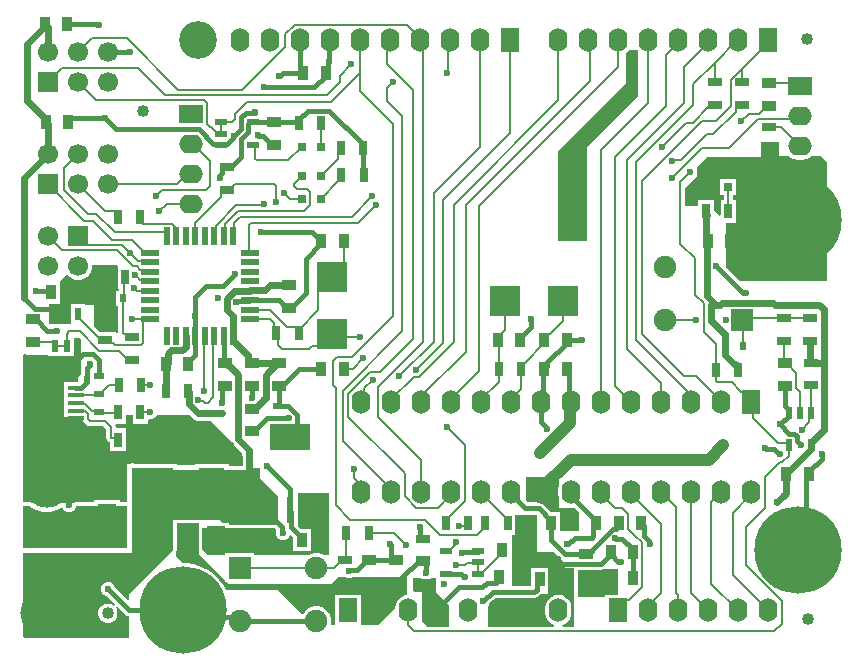
<source format=gtl>
G04*
G04 #@! TF.GenerationSoftware,Altium Limited,Altium Designer,22.11.1 (43)*
G04*
G04 Layer_Physical_Order=1*
G04 Layer_Color=255*
%FSLAX44Y44*%
%MOMM*%
G71*
G04*
G04 #@! TF.SameCoordinates,2AA7A9AF-3E7F-4844-AC60-F76D4B8FDDD6*
G04*
G04*
G04 #@! TF.FilePolarity,Positive*
G04*
G01*
G75*
%ADD10C,0.2000*%
%ADD12C,0.4000*%
%ADD16R,0.9000X1.3000*%
%ADD17R,1.6000X3.0000*%
%ADD18R,0.7000X1.3000*%
%ADD19R,1.3000X0.7000*%
%ADD20R,0.5588X0.6858*%
%ADD21R,0.8000X0.8000*%
%ADD22R,3.5000X2.2000*%
%ADD23R,0.6000X2.2000*%
%ADD24R,2.6000X2.5000*%
%ADD25R,2.5000X2.6000*%
%ADD26R,1.1000X0.6000*%
%ADD27R,0.6000X1.1000*%
%ADD28R,2.7000X2.0000*%
%ADD29R,1.4000X1.6000*%
%ADD30R,1.3500X0.4000*%
%ADD31R,1.9000X1.9000*%
%ADD32R,0.5500X1.5000*%
%ADD33R,1.5000X0.5500*%
%ADD34R,0.9000X0.6000*%
%ADD35R,1.3000X0.9000*%
%ADD58C,1.9000*%
%ADD59R,1.9000X1.9000*%
%ADD71C,1.0160*%
%ADD72C,0.6000*%
%ADD73C,1.0000*%
%ADD74C,3.2000*%
%ADD75C,1.7000*%
%ADD76R,1.7000X1.7000*%
%ADD77O,1.6000X2.0000*%
%ADD78R,1.6000X2.0000*%
%ADD79R,2.0000X1.6000*%
%ADD80O,2.0000X1.6000*%
%ADD81C,4.0000*%
%ADD82C,7.4000*%
G04:AMPARAMS|DCode=83|XSize=2mm|YSize=1.2mm|CornerRadius=0.36mm|HoleSize=0mm|Usage=FLASHONLY|Rotation=0.000|XOffset=0mm|YOffset=0mm|HoleType=Round|Shape=RoundedRectangle|*
%AMROUNDEDRECTD83*
21,1,2.0000,0.4800,0,0,0.0*
21,1,1.2800,1.2000,0,0,0.0*
1,1,0.7200,0.6400,-0.2400*
1,1,0.7200,-0.6400,-0.2400*
1,1,0.7200,-0.6400,0.2400*
1,1,0.7200,0.6400,0.2400*
%
%ADD83ROUNDEDRECTD83*%
%ADD84C,0.6000*%
G36*
X84280Y316720D02*
Y297840D01*
X85000D01*
Y295989D01*
X83106D01*
Y283131D01*
X84822D01*
Y261236D01*
X83735Y260158D01*
X83160Y260188D01*
Y261160D01*
X69108D01*
X64000Y266268D01*
Y284000D01*
X56500D01*
Y285000D01*
X44500D01*
Y268000D01*
X43230Y268000D01*
X26000D01*
Y285140D01*
X35440D01*
Y304140D01*
X36126Y305126D01*
X40662Y309662D01*
X41598Y309539D01*
X43739Y307398D01*
X46361Y305884D01*
X49286Y305100D01*
X52314D01*
X55239Y305884D01*
X57861Y307398D01*
X60002Y309539D01*
X61516Y312161D01*
X62300Y315086D01*
Y318000D01*
X83000D01*
X84280Y316720D01*
D02*
G37*
G36*
X53000Y254928D02*
Y225000D01*
X51000Y223000D01*
Y219098D01*
X48745D01*
X48253Y219000D01*
X38995D01*
Y209000D01*
Y202500D01*
Y196000D01*
Y189500D01*
X54687D01*
Y187615D01*
X54687Y187615D01*
X54997Y186054D01*
X55881Y184731D01*
X58076Y182536D01*
X59399Y181652D01*
X60960Y181342D01*
X71971D01*
X74662Y178651D01*
Y171488D01*
X74972Y169927D01*
X75856Y168604D01*
X77179Y167720D01*
X78000Y167557D01*
Y160500D01*
X91000D01*
Y179500D01*
X83668D01*
X82818Y180340D01*
X82508Y181901D01*
X82261Y182270D01*
X82940Y183540D01*
X90980D01*
Y191000D01*
X96980D01*
Y183540D01*
X109980D01*
Y186648D01*
X110567Y187040D01*
X112954D01*
X115159Y187953D01*
X116847Y189641D01*
X117409Y191000D01*
X144953D01*
X148055Y187898D01*
X150040Y186572D01*
X152381Y186106D01*
X162894D01*
X180832Y168168D01*
X180848Y168088D01*
X182174Y166103D01*
X189382Y158895D01*
Y149000D01*
X174795D01*
X174500Y149059D01*
X153000D01*
X152705Y149000D01*
X131295D01*
X131000Y149059D01*
X99267D01*
X99163Y149163D01*
X98171Y149826D01*
X97000Y150059D01*
X95829Y149826D01*
X94837Y149163D01*
X94837Y149163D01*
X94674Y149000D01*
X92000D01*
Y117059D01*
X86000D01*
Y119000D01*
X64000D01*
Y117059D01*
X49180D01*
X48010Y116826D01*
X47017Y116163D01*
X46908Y116000D01*
X12053D01*
X11239Y116543D01*
X10961Y116659D01*
X10711Y116826D01*
X10415Y116885D01*
X10137Y117000D01*
X9836D01*
X9540Y117059D01*
X4000D01*
Y241000D01*
X6000Y243000D01*
X7000Y242000D01*
X25500D01*
Y241000D01*
X47000D01*
Y256000D01*
X47000Y256000D01*
X51928D01*
X53000Y254928D01*
D02*
G37*
G36*
X92000Y78000D02*
X4000D01*
Y114000D01*
X9540D01*
X13105Y111618D01*
X17291Y109884D01*
X21735Y109000D01*
X26265D01*
X30709Y109884D01*
X34895Y111618D01*
X36091Y112417D01*
X37663Y111940D01*
X38093Y110901D01*
X39781Y109213D01*
X41986Y108300D01*
X44373D01*
X46579Y109213D01*
X48267Y110901D01*
X49180Y113106D01*
Y114000D01*
X92000D01*
Y78000D01*
D02*
G37*
G36*
X98000Y146000D02*
X131000D01*
Y144500D01*
X153000D01*
Y146000D01*
X174500D01*
Y144000D01*
X193500D01*
Y146000D01*
X204872D01*
X205000Y145692D01*
Y137000D01*
X220000Y122000D01*
Y98157D01*
X218730Y97513D01*
X218261Y97826D01*
X217090Y98059D01*
X217090Y98059D01*
X178640D01*
Y99360D01*
X173640D01*
X171000Y102000D01*
X131000D01*
Y76000D01*
X93980Y38980D01*
Y34269D01*
X92807Y33783D01*
X82189Y44401D01*
X81287Y46579D01*
X79599Y48267D01*
X77393Y49180D01*
X75006D01*
X72801Y48267D01*
X71113Y46579D01*
X70200Y44373D01*
Y41986D01*
X71113Y39781D01*
X72801Y38093D01*
X74979Y37191D01*
X81770Y30401D01*
X80961Y29466D01*
X79119Y30529D01*
X77064Y31080D01*
X74936D01*
X72881Y30529D01*
X71039Y29466D01*
X69534Y27961D01*
X68471Y26119D01*
X67920Y24064D01*
Y21936D01*
X68471Y19881D01*
X69534Y18039D01*
X71039Y16534D01*
X72881Y15471D01*
X74936Y14920D01*
X77064D01*
X79119Y15471D01*
X80961Y16534D01*
X82466Y18039D01*
X83529Y19881D01*
X84080Y21936D01*
Y24064D01*
X83529Y26119D01*
X82466Y27961D01*
X83401Y28770D01*
X90375Y21795D01*
X92029Y20690D01*
X93980Y20302D01*
Y2000D01*
X6000D01*
X4000Y4000D01*
Y74000D01*
X96000D01*
Y146000D01*
X97000Y147000D01*
X98000Y146000D01*
D02*
G37*
G36*
X263000Y72000D02*
X259313D01*
X257325Y73148D01*
X254146Y74000D01*
X250854D01*
X247675Y73148D01*
X245687Y72000D01*
X200000D01*
Y74000D01*
X175000D01*
Y72000D01*
X161000D01*
X156000Y77000D01*
Y95000D01*
X217090D01*
X218519Y93571D01*
Y93447D01*
X218000Y92193D01*
Y89806D01*
X218913Y87601D01*
X220601Y85913D01*
X222806Y85000D01*
X225194D01*
X227399Y85913D01*
X229087Y87601D01*
X229558Y88739D01*
X230804Y88987D01*
X232500Y87290D01*
Y75500D01*
X247500D01*
Y94500D01*
X239710D01*
X237000Y97210D01*
Y125000D01*
X263000D01*
Y72000D01*
D02*
G37*
G36*
X153000Y95295D02*
X152941Y95000D01*
Y77000D01*
X152941Y77000D01*
X153000Y76704D01*
Y73000D01*
X175000Y51000D01*
Y49000D01*
X177000D01*
X178000Y48000D01*
X265000D01*
X271000Y54000D01*
X276515D01*
X276601Y53913D01*
X278806Y53000D01*
X281194D01*
X283399Y53913D01*
X283485Y54000D01*
X329000D01*
Y38337D01*
X327328Y38117D01*
X324652Y37009D01*
X322355Y35245D01*
X320592Y32947D01*
X319483Y30272D01*
X319105Y27400D01*
Y27105D01*
X305000Y13000D01*
X290400D01*
Y38400D01*
X268400D01*
Y13000D01*
X265546D01*
X264773Y14008D01*
X265000Y14854D01*
Y18146D01*
X264148Y21325D01*
X262502Y24175D01*
X260175Y26502D01*
X257325Y28148D01*
X254146Y29000D01*
X250854D01*
X247675Y28148D01*
X244825Y26502D01*
X242498Y24175D01*
X241395Y22266D01*
X239893Y22107D01*
X219000Y43000D01*
X175625D01*
X173911Y46365D01*
X170210Y51458D01*
X165758Y55910D01*
X160665Y59611D01*
X155055Y62470D01*
X149067Y64415D01*
X142848Y65400D01*
X139600D01*
X134000Y71000D01*
Y75704D01*
X134059Y76000D01*
X134059Y76000D01*
Y98941D01*
X153000D01*
Y95295D01*
D02*
G37*
G36*
X524596Y499403D02*
X525000Y498878D01*
Y461000D01*
X482000Y418000D01*
Y338000D01*
X457000D01*
Y414000D01*
X515000Y472000D01*
Y497506D01*
X515845Y498155D01*
X517261Y500000D01*
X524000D01*
X524596Y499403D01*
D02*
G37*
G36*
X644000Y422000D02*
Y410000D01*
X652617D01*
X654453Y408591D01*
X657128Y407483D01*
X660000Y407105D01*
X664000D01*
X666872Y407483D01*
X669548Y408591D01*
X671383Y410000D01*
X680000D01*
X685000Y405000D01*
Y304000D01*
X611340D01*
X599000Y316340D01*
X599000Y353720D01*
X607820D01*
Y372720D01*
X605398D01*
Y377000D01*
X608000D01*
Y391000D01*
X594000D01*
Y377000D01*
X597242D01*
Y372720D01*
X594820D01*
Y359839D01*
X593647Y359353D01*
X588820Y364180D01*
Y372720D01*
X575820D01*
Y368000D01*
X564808D01*
Y382808D01*
X575000Y393000D01*
Y401000D01*
X583000Y409000D01*
X629000D01*
Y422000D01*
X644000Y422000D01*
D02*
G37*
G36*
X458000Y131729D02*
X457533Y130602D01*
X457155Y127730D01*
Y123730D01*
X457533Y120858D01*
X458000Y119731D01*
Y112000D01*
X471290D01*
X475000Y108290D01*
Y93000D01*
X459000D01*
Y107730D01*
X459000Y108500D01*
X459000Y108500D01*
X459000Y109000D01*
X457937Y109000D01*
X450710Y109000D01*
X444375Y115335D01*
X442721Y116440D01*
X440770Y116828D01*
X431562D01*
X430000Y118390D01*
Y138000D01*
X458000D01*
Y131729D01*
D02*
G37*
G36*
X353920Y50540D02*
X354000D01*
Y41000D01*
X365000Y30000D01*
Y11698D01*
X346302D01*
X342000Y16000D01*
Y41000D01*
X336000D01*
X334000Y43000D01*
Y53000D01*
X341375D01*
X342041Y52333D01*
X344246Y51420D01*
X346633D01*
X348839Y52333D01*
X349505Y53000D01*
X353920D01*
Y50540D01*
D02*
G37*
G36*
X507886Y59426D02*
Y38400D01*
X497000D01*
Y37000D01*
X474059D01*
Y59902D01*
X493500D01*
X495451Y60290D01*
X496011Y60664D01*
X507810D01*
X507886Y59426D01*
D02*
G37*
G36*
X439000Y75000D02*
X453991D01*
X459096Y69895D01*
X460000Y69291D01*
Y61000D01*
X471000D01*
Y11698D01*
X461013D01*
X460760Y12968D01*
X462747Y13792D01*
X465045Y15555D01*
X466809Y17852D01*
X467917Y20528D01*
X468295Y23400D01*
Y27400D01*
X467917Y30272D01*
X466809Y32947D01*
X465045Y35245D01*
X462747Y37009D01*
X460072Y38117D01*
X457200Y38495D01*
X454328Y38117D01*
X451652Y37009D01*
X449355Y35245D01*
X447592Y32947D01*
X446483Y30272D01*
X446105Y27400D01*
Y23400D01*
X446483Y20528D01*
X447592Y17852D01*
X449355Y15555D01*
X451652Y13792D01*
X453640Y12968D01*
X453387Y11698D01*
X398000D01*
Y28835D01*
X398787Y29621D01*
X399610Y31611D01*
X403902Y35902D01*
X437000D01*
X438951Y36290D01*
X440605Y37395D01*
X442210Y39000D01*
X449000D01*
Y42500D01*
Y61000D01*
Y61500D01*
X434000D01*
Y49993D01*
X433902Y49500D01*
Y46098D01*
X418000D01*
Y89500D01*
X421000D01*
Y106000D01*
X439000D01*
Y75000D01*
D02*
G37*
D10*
X52076Y261620D02*
X68506Y245190D01*
X85310D01*
X379000Y368840D02*
X484088Y473928D01*
Y506512D01*
X379000Y244380D02*
Y368840D01*
X457200Y457200D02*
Y508000D01*
X369000Y369000D02*
X457200Y457200D01*
X369000Y252206D02*
Y369000D01*
X390353Y367493D02*
X508000Y485140D01*
X390353Y227633D02*
Y367493D01*
X508000Y485140D02*
Y508000D01*
X416560Y429401D02*
Y508000D01*
X360000Y372841D02*
X416560Y429401D01*
X360000Y252073D02*
Y372841D01*
X352000Y252940D02*
Y378741D01*
X391160Y417901D02*
Y508000D01*
X352000Y378741D02*
X391160Y417901D01*
X482600Y508000D02*
X484088Y506512D01*
X366650Y203930D02*
X390353Y227633D01*
X590000Y489124D02*
X608876Y508000D01*
X571500Y470625D02*
X590000Y489124D01*
Y472500D02*
Y489124D01*
X608876Y508000D02*
X609600D01*
X571500Y453367D02*
Y470625D01*
X616000Y63650D02*
X646648Y33002D01*
Y14188D02*
Y33002D01*
X616000Y63650D02*
Y96000D01*
X632460Y112460D01*
Y138584D01*
X544450Y125730D02*
X557000Y113180D01*
Y40000D02*
X558800Y38200D01*
X557000Y40000D02*
Y113180D01*
X533400Y29282D02*
X544000Y39882D01*
X519050Y123730D02*
X544000Y98780D01*
Y39882D02*
Y98780D01*
X605000Y55400D02*
Y108080D01*
Y55400D02*
X635000Y25400D01*
X605000Y108080D02*
X620650Y123730D01*
X587000Y48000D02*
Y117382D01*
X595250Y125632D02*
Y125730D01*
X587000Y48000D02*
X609600Y25400D01*
X587000Y117382D02*
X595250Y125632D01*
X569850Y39750D02*
X584200Y25400D01*
X569850Y39750D02*
Y125730D01*
X558800Y25400D02*
Y38200D01*
X612140Y439571D02*
X618380Y445810D01*
X627310D01*
X634000Y452500D01*
X651000Y234500D02*
X658770Y226730D01*
Y213605D02*
Y226730D01*
Y213605D02*
X662000Y210375D01*
X626354Y441270D02*
X659670D01*
X601645Y416560D02*
X626354Y441270D01*
X579120Y416560D02*
X601645D01*
X612140Y439420D02*
Y439571D01*
X659670Y441270D02*
X662000Y443600D01*
X124019Y461810D02*
X261810D01*
X272394Y472394D02*
Y478134D01*
X261810Y461810D02*
X272394Y472394D01*
Y478134D02*
X281940Y487680D01*
X66000Y361000D02*
X81560Y345440D01*
X59235Y361000D02*
X66000D01*
X39030Y381205D02*
X59235Y361000D01*
X81560Y345440D02*
X124520D01*
X63763Y355337D02*
X79820Y339280D01*
X56143Y355337D02*
X63763D01*
X79820Y339280D02*
X95970D01*
X25400Y386080D02*
X56143Y355337D01*
X364920Y75540D02*
X370178Y80798D01*
Y82358D01*
X370840Y83020D01*
X362420Y75540D02*
X364920D01*
X105770Y251646D02*
Y270520D01*
X76660Y254660D02*
X81590Y249730D01*
X73660Y254660D02*
X76660D01*
X81590Y249730D02*
X103855D01*
X71430Y256890D02*
X73660Y254660D01*
X554398Y406400D02*
X561340D01*
X553791Y405793D02*
X554398Y406400D01*
X573000Y292797D02*
X580320Y285477D01*
X573000Y292797D02*
Y323620D01*
X560730Y335890D02*
X573000Y323620D01*
X580320Y261275D02*
Y285477D01*
X663598Y178458D02*
X669770Y184630D01*
X341250Y206630D02*
X379000Y244380D01*
X60960Y185420D02*
X73660D01*
X58765Y187615D02*
Y191354D01*
Y187615D02*
X60960Y185420D01*
X56349Y193770D02*
X58765Y191354D01*
X62176Y194444D02*
X65350D01*
X56349Y200270D02*
X62176Y194444D01*
X48745Y201000D02*
X49475Y200270D01*
X56349D01*
X65350Y194444D02*
X67000Y192794D01*
X49475Y193770D02*
X56349D01*
X78740Y171488D02*
Y180340D01*
X73660Y185420D02*
X78740Y180340D01*
Y171488D02*
X83012D01*
X84500Y170000D01*
X67000Y192500D02*
Y192794D01*
X194130Y455740D02*
X265240D01*
X183730Y441420D02*
Y445340D01*
X194130Y455740D01*
X180810Y438500D02*
X183730Y441420D01*
X157740Y211080D02*
Y257740D01*
X157480Y210820D02*
X157740Y211080D01*
Y257740D02*
X158000Y258000D01*
X392050Y124450D02*
X414500Y102000D01*
Y99000D02*
Y102000D01*
X392050Y124450D02*
Y125730D01*
X493650Y123730D02*
X505106Y112275D01*
X510850D01*
X516270Y94606D02*
Y106854D01*
X510850Y112275D02*
X516270Y106854D01*
X493650Y123730D02*
Y125730D01*
X522394Y88730D02*
X528270Y82854D01*
X522146Y88730D02*
X522394D01*
X516270Y94606D02*
X522146Y88730D01*
X528270Y45146D02*
Y82854D01*
X517254Y34130D02*
X528270Y45146D01*
X508000Y27400D02*
X514730Y34130D01*
X517254D01*
X378465Y63564D02*
X380110Y65209D01*
X371013Y63564D02*
X378465D01*
X370887Y63690D02*
X371013Y63564D01*
X318475Y90525D02*
X328000Y81000D01*
X296827Y90525D02*
X318475D01*
X569850Y201930D02*
Y207390D01*
X560730Y388010D02*
X568960Y396240D01*
X560730Y335890D02*
Y388010D01*
X580320Y261275D02*
X590500Y251094D01*
X669770Y184630D02*
Y190770D01*
X62570Y509610D02*
X92257D01*
X135517Y466350D01*
X189648D01*
X523240Y254000D02*
Y405107D01*
X571500Y453367D01*
X545000Y418000D02*
X565290Y438290D01*
X571001D01*
X515620Y246380D02*
Y406620D01*
X563880Y454880D01*
Y485140D01*
X306158Y227158D02*
X334000Y255000D01*
X297740Y227158D02*
X306158D01*
X334000Y255000D02*
Y466100D01*
X312420Y487680D02*
X334000Y466100D01*
X342935Y497847D02*
Y505424D01*
Y497847D02*
X343000Y497782D01*
X304580Y214387D02*
X343000Y252807D01*
X340360Y508000D02*
X342935Y505424D01*
X343000Y252807D02*
Y497782D01*
X322580Y223520D02*
X352000Y252940D01*
X337174Y229247D02*
X360000Y252073D01*
X339771Y222976D02*
X369000Y252206D01*
X325000Y261500D02*
Y444000D01*
X312420Y456580D02*
X325000Y444000D01*
X312420Y456580D02*
Y467360D01*
X274640Y211140D02*
X325000Y261500D01*
X282950Y239770D02*
X317500Y274320D01*
X289560Y464820D02*
X317500Y436880D01*
Y274320D02*
Y436880D01*
X553720Y391160D02*
X579120Y416560D01*
X152532Y203386D02*
X153194Y202724D01*
X160612Y201252D02*
X165230Y205870D01*
X153194Y202724D02*
X156670D01*
X158143Y201252D01*
X160612D01*
X344165Y102270D02*
X357146Y89290D01*
X269240Y114300D02*
X281270Y102270D01*
X344165D01*
X583981Y451270D02*
X587770D01*
X571001Y438290D02*
X583981Y451270D01*
X587770D02*
X590000Y453500D01*
X528320Y389189D02*
X578551Y439420D01*
X590480D01*
X266000Y308000D02*
X275500Y317500D01*
Y338000D01*
X632460Y138584D02*
X644645Y150770D01*
X643160Y167100D02*
X650900D01*
X622300Y187960D02*
X643160Y167100D01*
X652236Y165236D02*
X652500Y165500D01*
X652236Y156190D02*
Y165236D01*
X644645Y150770D02*
X646816D01*
X652236Y156190D01*
X650900Y167100D02*
X652500Y165500D01*
X622300Y187960D02*
Y200280D01*
X620650Y201930D02*
X622300Y200280D01*
X620650Y201930D02*
Y203930D01*
X671500Y192500D02*
Y215500D01*
X669770Y190770D02*
X671500Y192500D01*
X533400Y25400D02*
Y29282D01*
X265240Y455740D02*
X289560Y480060D01*
X171500Y438500D02*
X180810D01*
X590500Y229000D02*
Y251094D01*
Y219928D02*
Y229000D01*
X165230Y205870D02*
Y257230D01*
X160042Y437418D02*
Y454582D01*
X157354Y457270D02*
X160042Y454582D01*
X50800Y472440D02*
X65970Y457270D01*
X162730Y434730D02*
X163270D01*
X189648Y466350D02*
X226060Y502762D01*
X65970Y457270D02*
X157354D01*
X160042Y437418D02*
X162730Y434730D01*
X101619Y484210D02*
X124019Y461810D01*
X25400Y472440D02*
X37170Y484210D01*
X101619D01*
X256500Y418500D02*
Y438000D01*
X256000Y418000D02*
X256500Y418500D01*
X93000Y237500D02*
X96000D01*
X85310Y245190D02*
X93000Y237500D01*
X103855Y249730D02*
X105770Y251646D01*
X573980Y271570D02*
X574050Y271640D01*
X547570Y271570D02*
X573980D01*
X547500Y271500D02*
X547570Y271570D01*
X508000Y25400D02*
Y27400D01*
X519050Y123730D02*
Y125730D01*
X252500Y61500D02*
X267440D01*
X273860Y67920D01*
X276860D01*
X94795Y328110D02*
X101424Y321480D01*
X88165Y334740D02*
X94795Y328110D01*
X37200Y330200D02*
X83837D01*
X97097Y316940D02*
X100185D01*
X83837Y330200D02*
X97097Y316940D01*
X95970Y339280D02*
X107250Y328000D01*
X126000Y342000D02*
Y343960D01*
X124520Y345440D02*
X126000Y343960D01*
X158602Y381070D02*
X162560Y385028D01*
Y406040D01*
X121990Y381070D02*
X158602D01*
X116840Y375920D02*
X121990Y381070D01*
X146000Y420600D02*
X148000D01*
X162560Y406040D01*
X171770Y375080D02*
Y379270D01*
X150000Y353310D02*
X171770Y375080D01*
X150000Y342000D02*
Y353310D01*
X76200Y386080D02*
X134880D01*
X144000Y395200D01*
X105770Y270520D02*
X107140Y271890D01*
X111890D01*
X96630D02*
X107140D01*
X96520Y271780D02*
X96630Y271890D01*
X111890D02*
X112000Y272000D01*
X125960Y369800D02*
X146000D01*
X119380Y363220D02*
X125960Y369800D01*
X100240Y296000D02*
X112000D01*
X98331Y297909D02*
X100240Y296000D01*
X99897Y309043D02*
X103460Y305480D01*
X110520D01*
X99280Y309043D02*
X99897D01*
X48745Y194500D02*
X49475Y193770D01*
X381000Y98750D02*
Y99060D01*
X378770Y96520D02*
X381000Y98750D01*
X373380Y96520D02*
X378770D01*
X406350Y70970D02*
X406370D01*
X409600Y74200D02*
Y76200D01*
X389420Y56540D02*
X391920D01*
X406350Y70970D01*
X406370D02*
X409600Y74200D01*
X389420Y56540D02*
Y66040D01*
X388589Y65209D02*
X389420Y66040D01*
X380110Y65209D02*
X388589D01*
X277827Y68887D02*
Y90525D01*
X276860Y67920D02*
X277827Y68887D01*
X187500Y61500D02*
X252500D01*
X395500Y96000D02*
Y99000D01*
X388790Y89290D02*
X395500Y96000D01*
X357146Y89290D02*
X388790D01*
X335280Y7620D02*
X640080D01*
X330200Y12700D02*
X335280Y7620D01*
X640080D02*
X646648Y14188D01*
X103480Y193040D02*
X111760D01*
X165230Y257230D02*
X166000Y258000D01*
X104140Y215900D02*
X111760D01*
X83940Y192500D02*
X84480Y193040D01*
X67000Y192500D02*
X83940D01*
X67000Y207500D02*
X68500D01*
X76900Y215900D02*
X85140D01*
X68500Y207500D02*
X76900Y215900D01*
X48745Y207500D02*
X67000D01*
X43180Y261620D02*
X52076D01*
X41000Y259440D02*
X43180Y261620D01*
X41000Y249500D02*
Y259440D01*
X31500Y249500D02*
X41000D01*
X29770Y252780D02*
X31500Y251050D01*
Y249500D02*
Y251050D01*
X12700Y252780D02*
X29770D01*
X50500Y274000D02*
X67610Y256890D01*
X71430D01*
X50500Y274000D02*
Y276500D01*
X88900Y260600D02*
X93000Y256500D01*
X88900Y260600D02*
Y289560D01*
X93000Y256500D02*
X96000D01*
X89840Y290500D02*
Y306400D01*
X90780Y307340D01*
X88900Y289560D02*
X89840Y290500D01*
X283340Y230000D02*
X292100Y238760D01*
X275500Y230000D02*
X283340D01*
X266000Y259000D02*
X268460Y256540D01*
X289560D01*
X269646Y239770D02*
X282950D01*
X266700Y215900D02*
X269240Y213360D01*
X266700Y236824D02*
X269646Y239770D01*
X266700Y215900D02*
Y236824D01*
X269240Y114300D02*
Y213360D01*
X279180Y189230D02*
Y208598D01*
Y189230D02*
X327120Y141290D01*
X279180Y208598D02*
X297740Y227158D01*
X315850Y125730D02*
Y127730D01*
X327120Y121922D02*
Y141290D01*
X274640Y168940D02*
X315850Y127730D01*
X274640Y168940D02*
Y211140D01*
X254270Y279770D02*
Y296770D01*
X265500Y308000D01*
X237500Y260000D02*
Y263000D01*
X254270Y279770D01*
X265500Y308000D02*
X266000D01*
X248920Y248920D02*
X255920D01*
X266000Y259000D01*
X223520Y246380D02*
X246380D01*
X248920Y248920D01*
X220210Y249690D02*
X223520Y246380D01*
X218500Y260000D02*
X220210Y258290D01*
Y249690D02*
Y258290D01*
X216270Y262230D02*
Y268870D01*
Y262230D02*
X218500Y260000D01*
X196000Y272000D02*
X213140D01*
X216270Y268870D01*
X227894Y265230D02*
X235270D01*
X213125Y280000D02*
X227894Y265230D01*
X196000Y280000D02*
X213125D01*
X235270Y265230D02*
X237500Y263000D01*
X225449Y378460D02*
X229909Y374000D01*
X183718Y386080D02*
X216981D01*
X218468Y384592D01*
X229909Y374000D02*
X240000D01*
X218468Y370812D02*
Y384592D01*
X224739Y378460D02*
X225449D01*
X186040Y363220D02*
X241845D01*
X244660Y381964D02*
X247270Y379355D01*
X236287Y381964D02*
X244660D01*
X241845Y363220D02*
X247270Y368646D01*
X233678Y384574D02*
X236287Y381964D01*
X233678Y384574D02*
Y386678D01*
X240000Y393000D01*
X247270Y368646D02*
Y379355D01*
X207344Y369490D02*
X208280D01*
X206154Y368300D02*
X207344Y369490D01*
X184700Y368300D02*
X206154D01*
X197068Y353060D02*
X287593D01*
X175480Y352659D02*
X186040Y363220D01*
X287593Y353060D02*
X303298Y368765D01*
X282480Y358680D02*
X299720Y375920D01*
X182880Y353639D02*
X187921Y358680D01*
X282480D01*
X195580Y328420D02*
Y351572D01*
X197068Y353060D01*
X167480Y351080D02*
X184700Y368300D01*
X167480Y343480D02*
Y351080D01*
X166000Y342000D02*
X167480Y343480D01*
X175480D02*
Y352659D01*
X182880Y342880D02*
Y353639D01*
X174000Y342000D02*
X175480Y343480D01*
X182230Y383730D02*
Y384592D01*
X174000Y381500D02*
X180000D01*
X182230Y383730D01*
Y384592D02*
X183718Y386080D01*
X182000Y342000D02*
X182880Y342880D01*
X270630Y388630D02*
X271270D01*
X273500Y390860D01*
Y393860D01*
X256000Y374000D02*
X270630Y388630D01*
X270770Y407770D02*
Y414630D01*
X256000Y393000D02*
X270770Y407770D01*
Y414630D02*
X273000Y416860D01*
X228400Y406400D02*
X240000Y418000D01*
X202148Y406400D02*
X228400D01*
X200660Y407888D02*
Y417770D01*
Y407888D02*
X202148Y406400D01*
X198500Y419500D02*
X198930D01*
X200660Y417770D01*
X100185Y316940D02*
X103146Y313980D01*
X103210D02*
X103710Y313480D01*
X103146Y313980D02*
X103210D01*
X103710Y313480D02*
X110520D01*
Y305480D02*
X112000Y304000D01*
X101424Y321480D02*
X110520D01*
X77940Y334740D02*
X88165D01*
X77909Y334770D02*
X77940Y334740D01*
X50800Y342000D02*
X58030Y334770D01*
X77909D01*
X25400Y342000D02*
X37200Y330200D01*
X110520Y321480D02*
X112000Y320000D01*
X110520Y313480D02*
X112000Y312000D01*
X39030Y381205D02*
Y399710D01*
X107250Y328000D02*
X112000D01*
X73510Y363370D02*
X82250D01*
X50800Y386080D02*
X73510Y363370D01*
X84480Y358140D02*
Y361140D01*
X82250Y363370D02*
X84480Y361140D01*
X132520Y343480D02*
Y350354D01*
X129965Y352910D02*
X132520Y350354D01*
X105710Y352910D02*
X129965D01*
X103480Y355140D02*
Y358140D01*
X132520Y343480D02*
X134000Y342000D01*
X103480Y355140D02*
X105710Y352910D01*
X39030Y399710D02*
X50800Y411480D01*
X144000Y395200D02*
X146000D01*
X613000Y484000D02*
X635000Y506000D01*
X603230Y474230D02*
X613000Y484000D01*
Y472500D02*
Y484000D01*
X583252Y428312D02*
X588332D01*
X607770Y447750D02*
Y451270D01*
X588332Y428312D02*
X607770Y447750D01*
X590480Y439420D02*
X597560Y446500D01*
X597625D02*
X603230Y452105D01*
Y474230D01*
X597560Y446500D02*
X597625D01*
X607770Y451270D02*
X610000Y453500D01*
X289560Y480060D02*
Y508000D01*
Y464820D02*
Y480060D01*
X171500Y429000D02*
Y438500D01*
X169000Y429000D02*
X171500D01*
X163270Y434730D02*
X169000Y429000D01*
X226060Y502762D02*
Y513238D01*
X234092Y521270D01*
X329090D01*
X340360Y510000D01*
Y508000D02*
Y510000D01*
X50800Y497840D02*
X62570Y509610D01*
X428730Y235230D02*
X445500Y252000D01*
X428230Y235230D02*
X428730D01*
X426000Y233000D02*
X428230Y235230D01*
X445500Y252000D02*
Y254000D01*
X426000Y230000D02*
Y233000D01*
X417450Y201930D02*
Y203930D01*
X426000Y212480D02*
Y230000D01*
X417450Y203930D02*
X426000Y212480D01*
X450540Y259230D02*
X461500Y270190D01*
X448730Y259230D02*
X450540D01*
X445500Y256000D02*
X448730Y259230D01*
X445500Y254000D02*
Y256000D01*
X461500Y270190D02*
Y287000D01*
X392050Y201930D02*
Y203930D01*
X407000Y218880D02*
Y230000D01*
X392050Y203930D02*
X407000Y218880D01*
Y230000D02*
Y253000D01*
X406000Y254000D02*
X407000Y253000D01*
X412500Y262500D02*
Y287000D01*
X406000Y256000D02*
X412500Y262500D01*
X406000Y254000D02*
Y256000D01*
X662000Y192500D02*
Y210375D01*
X649000Y234500D02*
X651000D01*
X648000Y235500D02*
Y253500D01*
Y235500D02*
X649000Y234500D01*
X528320Y259080D02*
X563880Y223520D01*
X523240Y254000D02*
X569850Y207390D01*
X528320Y259080D02*
Y389189D01*
X515620Y246380D02*
X544450Y217550D01*
X648000Y272500D02*
X670000D01*
X612500Y271500D02*
X613500Y272500D01*
X648000D01*
X613620Y249000D02*
Y270380D01*
X612500Y271500D02*
X613620Y270380D01*
X601320Y363220D02*
Y383680D01*
X601000Y384000D02*
X601320Y383680D01*
X645700Y434500D02*
X662000Y418200D01*
X636000Y434500D02*
X645700D01*
X636000Y471500D02*
X659500D01*
X662000Y469000D01*
X561340Y406400D02*
X583252Y428312D01*
X590500Y219928D02*
X591988Y218440D01*
X604140D01*
X611920Y210660D02*
X613920D01*
X604140Y218440D02*
X611920Y210660D01*
X613920D02*
X620650Y203930D01*
X330200Y12700D02*
Y25400D01*
X171770Y379270D02*
X174000Y381500D01*
X634000Y452500D02*
X636000D01*
X195580Y328420D02*
X196000Y328000D01*
X563880Y485140D02*
X584200Y505460D01*
X610000Y453500D02*
X613000D01*
X312420Y467360D02*
X317500Y472440D01*
X312420Y487680D02*
Y505460D01*
X363220Y480060D02*
X363882Y480722D01*
Y506122D01*
X312420Y505460D02*
X314960Y508000D01*
X671000Y216000D02*
X671500Y215500D01*
X362000Y102060D02*
X377920Y117980D01*
X362000Y99060D02*
Y102060D01*
X377920Y117980D02*
Y165640D01*
X363220Y180340D02*
X377920Y165640D01*
X334897Y222976D02*
X339771D01*
X315850Y203930D02*
X334897Y222976D01*
X304580Y189394D02*
Y214387D01*
X315850Y201930D02*
Y203930D01*
X363882Y506122D02*
X365760Y508000D01*
X290450Y201930D02*
X293025Y204506D01*
Y213577D01*
X300075Y220625D01*
X304580Y189394D02*
X341250Y152724D01*
X284480Y137342D02*
Y144780D01*
X290450Y125730D02*
Y131372D01*
X284480Y137342D02*
X290450Y131372D01*
X341250Y125730D02*
Y152724D01*
X336582Y112460D02*
X355380D01*
X366650Y123730D01*
Y125730D01*
X327120Y121922D02*
X336582Y112460D01*
X366650Y201930D02*
Y203930D01*
X620650Y123730D02*
Y125730D01*
X635000Y506000D02*
Y508000D01*
X563880Y223520D02*
X574040D01*
X595250Y201930D02*
Y202310D01*
X574040Y223520D02*
X595250Y202310D01*
X544450Y201930D02*
Y217550D01*
X505460Y408940D02*
X548640Y452120D01*
X505460Y215520D02*
Y408940D01*
X548640Y452120D02*
Y495840D01*
X533400Y454660D02*
Y508000D01*
X493650Y414910D02*
X533400Y454660D01*
X493650Y201930D02*
Y414910D01*
X505460Y215520D02*
X519050Y201930D01*
X584200Y505460D02*
Y508000D01*
X548640Y495840D02*
X558800Y506000D01*
Y508000D01*
D12*
X139700Y25400D02*
X145730Y19370D01*
X184630D01*
X187500Y16500D01*
X66739Y522000D02*
X68039Y520700D01*
X68580D01*
X41500Y522000D02*
X66739D01*
X58420Y230599D02*
X60960Y233139D01*
X58420Y220980D02*
Y230599D01*
X60960Y233139D02*
Y233680D01*
X53495Y214000D02*
X58037Y218542D01*
X48745Y214000D02*
X53495D01*
X68580Y223400D02*
Y237663D01*
X63621Y242621D02*
X68580Y237663D01*
X55116Y242621D02*
X63621D01*
X46495Y234000D02*
X55116Y242621D01*
X46495Y233000D02*
Y234000D01*
X172720Y201040D02*
Y213220D01*
X175000Y215500D01*
X448063Y179317D02*
Y179858D01*
X442850Y185071D02*
X448063Y179858D01*
X442850Y185071D02*
Y201930D01*
X404560Y48840D02*
X407060Y51340D01*
X396840Y48840D02*
X404560D01*
X407060Y51340D02*
Y53340D01*
X393000Y45000D02*
X396840Y48840D01*
X401680Y41000D02*
X437000D01*
X393700Y33020D02*
X401680Y41000D01*
X437000D02*
X439000Y43000D01*
Y49500D02*
X441500Y52000D01*
X439000Y43000D02*
Y49500D01*
X355600Y27400D02*
X373200Y45000D01*
X393000D01*
X355600Y25400D02*
Y27400D01*
X198120Y205500D02*
Y215380D01*
X198000Y215500D02*
X198120Y215380D01*
X613747Y294383D02*
X616157D01*
X591130Y317000D02*
X613747Y294383D01*
X616157D02*
X616540Y294000D01*
X659500Y169081D02*
X662940Y165641D01*
X659500Y169081D02*
Y172657D01*
X662940Y165100D02*
Y165641D01*
X657157Y175000D02*
X659500Y172657D01*
X653040Y175000D02*
X657157D01*
X645160Y182880D02*
X653040Y175000D01*
X645380Y182880D02*
X652500Y190000D01*
Y192500D01*
X645160Y182880D02*
X645380D01*
X649000Y198500D02*
Y215500D01*
Y198500D02*
X652500Y195000D01*
Y192500D02*
Y195000D01*
X640102Y162177D02*
X644459Y157821D01*
X632460Y162560D02*
X632843Y162177D01*
X640102D01*
X644459Y157821D02*
X645000D01*
X667000Y82800D02*
Y138500D01*
X660400Y76200D02*
X667000Y82800D01*
Y138500D02*
X669500Y141000D01*
Y143000D02*
X680337Y153837D01*
Y157097D01*
X680720Y157480D01*
X669500Y141000D02*
Y143000D01*
X425000Y256000D02*
X433957Y264957D01*
Y271397D02*
X434340Y271780D01*
X425000Y254000D02*
Y256000D01*
X433957Y264957D02*
Y271397D01*
X442850Y201930D02*
X444175Y203255D01*
Y228675D02*
X445500Y230000D01*
X444175Y203255D02*
Y228675D01*
X448000Y235500D02*
X464500Y252000D01*
X448000Y232500D02*
Y235500D01*
X464500Y252000D02*
Y254000D01*
X445500Y230000D02*
X448000Y232500D01*
X464500Y254000D02*
X477520D01*
X464500Y230000D02*
X466375Y228125D01*
Y203805D02*
Y228125D01*
Y203805D02*
X468250Y201930D01*
X470500Y99000D02*
Y101000D01*
X32637Y262003D02*
X33020Y261620D01*
X12700Y271780D02*
X14700D01*
X24477Y262003D01*
X32637D01*
X15000Y296000D02*
X26580D01*
X27940Y294640D01*
X172500Y399000D02*
X174000Y400500D01*
X172500Y396000D02*
Y399000D01*
X170871Y391552D02*
Y394371D01*
X170488Y391169D02*
X170871Y391552D01*
X174000Y400500D02*
X177000D01*
X170871Y394371D02*
X172500Y396000D01*
X221521Y477520D02*
X224001Y480000D01*
X241500D01*
X220980Y477520D02*
X221521D01*
X238760Y484740D02*
X241500Y482000D01*
X238760Y484740D02*
Y508000D01*
X241500Y480000D02*
Y482000D01*
X263383Y507223D02*
X264160Y508000D01*
X263383Y490383D02*
Y507223D01*
X263000Y490000D02*
X263383Y490383D01*
X262617Y489617D02*
X263000Y490000D01*
X260500Y480000D02*
X262617Y482117D01*
Y489617D01*
X250580Y468080D02*
X260500Y478000D01*
Y480000D01*
X208280Y468080D02*
X250580D01*
X76200Y497840D02*
X76280Y497920D01*
X94920D01*
X95000Y498000D01*
X42500Y439000D02*
Y439460D01*
X45000Y441960D01*
X73660D01*
X170500Y420500D02*
X171500Y419500D01*
X165070Y420500D02*
X170500D01*
X152971Y432600D02*
X165070Y420500D01*
X83020Y432600D02*
X152971D01*
X73660Y441960D02*
X83020Y432600D01*
X177157Y420500D02*
X182064Y425407D01*
Y426235D01*
X182447Y426618D01*
X171500Y419500D02*
X172500Y420500D01*
X177157D01*
X182447Y426618D02*
X189000Y433171D01*
Y443157D01*
X192500Y446657D02*
X200277D01*
X200660Y447040D01*
X189000Y443157D02*
X192500Y446657D01*
X203383Y427117D02*
X207383D01*
X215000Y419500D02*
X217000D01*
X207383Y427117D02*
X215000Y419500D01*
X203000Y427500D02*
X203383Y427117D01*
X177000Y400500D02*
X180000D01*
X189000Y409500D01*
Y424157D01*
X195000Y430157D01*
Y437500D01*
X196000Y438500D01*
X198500D01*
X217000D01*
X237000D02*
X237500Y438000D01*
X217000Y438500D02*
X237000D01*
X237500Y438000D02*
Y441000D01*
X245000Y448500D01*
X263360D01*
X292000Y419860D01*
Y416860D02*
Y419860D01*
X292250Y394110D02*
X292500Y393860D01*
X292250Y394110D02*
Y416610D01*
X292000Y416860D02*
X292250Y416610D01*
X252000Y342500D02*
X254000D01*
X249060Y345440D02*
X252000Y342500D01*
X205740Y345440D02*
X249060D01*
X256500Y338000D02*
Y340000D01*
X254000Y342500D02*
X256500Y340000D01*
X231000Y281500D02*
X243750Y294250D01*
X229000Y281500D02*
X231000D01*
X243750Y294250D02*
Y323250D01*
X256500Y336000D01*
Y338000D01*
X196000Y288000D02*
X220500D01*
X227000Y281500D01*
X229000D01*
X195250Y287250D02*
X196000Y288000D01*
X186483Y287250D02*
X195250D01*
X185301Y286068D02*
X186483Y287250D01*
X184760Y286068D02*
X185301D01*
X487000Y98500D02*
X489500Y101000D01*
X144120Y231680D02*
Y233680D01*
Y235680D01*
X150000Y241560D02*
Y258000D01*
X144120Y235680D02*
X150000Y241560D01*
X149930Y258070D02*
Y274250D01*
X149860Y274320D02*
X149930Y274250D01*
Y258070D02*
X150000Y258000D01*
X149860Y274320D02*
X150000Y274460D01*
Y291000D01*
X173809Y300309D02*
X183500Y310000D01*
X159309Y300309D02*
X173809D01*
X150000Y291000D02*
X159309Y300309D01*
X174250Y235250D02*
Y257750D01*
X230000Y110000D02*
Y128140D01*
X210820Y147320D02*
X230000Y128140D01*
X200000Y177000D02*
X211000Y188000D01*
X198000Y177000D02*
X200000D01*
X211000Y188000D02*
X229000D01*
X218440Y198120D02*
X228780D01*
X236000Y190900D01*
Y178000D02*
Y190900D01*
X230000Y172000D02*
X236000Y178000D01*
X218440Y198120D02*
Y198661D01*
X221000Y201221D02*
Y215500D01*
X218440Y198661D02*
X221000Y201221D01*
X223000Y215500D02*
X237500Y230000D01*
X256500D01*
X221000Y215500D02*
X223000D01*
X223617Y91383D02*
Y95683D01*
Y91383D02*
X224000Y91000D01*
X217300Y102000D02*
Y110000D01*
Y102000D02*
X223617Y95683D01*
X231000Y96000D02*
X240000Y87000D01*
X231000Y96000D02*
Y109000D01*
X230000Y110000D02*
X231000Y109000D01*
X240000Y85000D02*
Y87000D01*
X93980Y25400D02*
X139700D01*
X76200Y43180D02*
X93980Y25400D01*
X187500Y16500D02*
X252500D01*
X342900Y67920D02*
X343940D01*
X345440Y66420D01*
X339900Y67920D02*
X342900D01*
X345440Y57420D02*
Y66420D01*
X324540Y52560D02*
X339900Y67920D01*
X324540Y51420D02*
Y52560D01*
X322040Y48920D02*
X324540Y51420D01*
X320040Y48920D02*
X322040D01*
X280383Y59383D02*
X286643D01*
X280000Y59000D02*
X280383Y59383D01*
X295180Y67920D02*
X297180D01*
X286643Y59383D02*
X295180Y67920D01*
X318040D02*
X320040D01*
X297180D02*
X318040D01*
X315540Y70420D02*
Y72420D01*
X315343Y72617D02*
X315540Y72420D01*
X315343Y72617D02*
Y80897D01*
X315540Y70420D02*
X318040Y67920D01*
X314960Y81280D02*
X315343Y80897D01*
X451500Y84700D02*
Y99000D01*
Y84700D02*
X462701Y73500D01*
X457200Y68039D02*
Y68580D01*
X451500Y99000D02*
Y101000D01*
X460500Y52000D02*
Y64739D01*
X457200Y68039D02*
X460500Y64739D01*
X431800Y25400D02*
Y25643D01*
X458000Y47500D02*
X460500Y50000D01*
Y52000D01*
X501500Y73000D02*
X508077Y66423D01*
X377920Y75119D02*
X388999D01*
X389420Y75540D01*
X440770Y111730D02*
X451500Y101000D01*
X417450Y123730D02*
Y125730D01*
Y123730D02*
X429450Y111730D01*
X440770D01*
X462701Y73500D02*
X481000D01*
X485500Y76000D02*
Y76439D01*
X508500Y97000D02*
Y99000D01*
X506000Y94500D02*
X508500Y97000D01*
X503560Y94500D02*
X506000D01*
X485500Y76439D02*
X503560Y94500D01*
X483000Y73500D02*
X485500Y76000D01*
X481000Y73500D02*
X483000D01*
X486000Y87000D02*
X487000Y88000D01*
Y98500D01*
X471081Y87000D02*
X486000D01*
X493500Y65000D02*
X501500Y73000D01*
X461321Y65000D02*
X493500D01*
X520500Y53000D02*
Y75000D01*
Y77000D01*
X511383Y86117D02*
X520500Y77000D01*
X505843Y86117D02*
X511383D01*
X505460Y86500D02*
X505843Y86117D01*
X530000Y88577D02*
X534157Y84420D01*
X530000Y88577D02*
Y96500D01*
X527500Y99000D02*
X530000Y96500D01*
X464820Y81280D02*
X465361D01*
X471081Y87000D01*
X468250Y122250D02*
Y125730D01*
Y122250D02*
X489500Y101000D01*
X340000Y87200D02*
Y96000D01*
X341500Y85700D02*
X342900D01*
X340000Y87200D02*
X341500Y85700D01*
X362420Y56540D02*
X374919D01*
X377459Y54000D01*
X378000D01*
X13910Y280730D02*
X29770D01*
X5080Y289560D02*
X13910Y280730D01*
D16*
X584000Y338000D02*
D03*
X603000D02*
D03*
X22500Y522000D02*
D03*
X41500D02*
D03*
X144120Y233680D02*
D03*
X125120D02*
D03*
X42500Y439000D02*
D03*
X23500D02*
D03*
X256500Y338000D02*
D03*
X275500D02*
D03*
X256500Y230000D02*
D03*
X275500D02*
D03*
X460500Y52000D02*
D03*
X441500D02*
D03*
X426060Y53340D02*
D03*
X407060D02*
D03*
X240000Y85000D02*
D03*
X259000D02*
D03*
X260500Y480000D02*
D03*
X241500D02*
D03*
X501500Y75000D02*
D03*
X520500D02*
D03*
X445500Y230000D02*
D03*
X464500D02*
D03*
X527500Y99000D02*
D03*
X508500D02*
D03*
X432500D02*
D03*
X451500D02*
D03*
X489500D02*
D03*
X470500D02*
D03*
X425000Y254000D02*
D03*
X406000D02*
D03*
X464500D02*
D03*
X445500D02*
D03*
X27940Y294640D02*
D03*
X46940D02*
D03*
X669500Y141000D02*
D03*
X650500D02*
D03*
X428600Y76200D02*
D03*
X409600D02*
D03*
X501500Y53000D02*
D03*
X520500D02*
D03*
D17*
X142000Y121500D02*
D03*
Y162500D02*
D03*
X75000Y142000D02*
D03*
Y101000D02*
D03*
D18*
X292000Y416860D02*
D03*
X273000D02*
D03*
X273500Y393860D02*
D03*
X292500D02*
D03*
X125120Y210820D02*
D03*
X144120D02*
D03*
X103480Y358140D02*
D03*
X84480D02*
D03*
X104140Y215900D02*
D03*
X85140D02*
D03*
X84480Y193040D02*
D03*
X103480D02*
D03*
X103500Y170000D02*
D03*
X84500D02*
D03*
X218500Y260000D02*
D03*
X237500D02*
D03*
X414500Y99000D02*
D03*
X395500D02*
D03*
X237500Y438000D02*
D03*
X256500D02*
D03*
X601320Y363220D02*
D03*
X582320D02*
D03*
X609500Y229000D02*
D03*
X590500D02*
D03*
X426000Y230000D02*
D03*
X407000D02*
D03*
X71780Y307340D02*
D03*
X90780D02*
D03*
X381000Y99060D02*
D03*
X362000D02*
D03*
X296827Y90525D02*
D03*
X277827D02*
D03*
D19*
X177000Y400500D02*
D03*
Y381500D02*
D03*
X73660Y273660D02*
D03*
Y254660D02*
D03*
X613000Y472500D02*
D03*
Y453500D02*
D03*
X590000D02*
D03*
Y472500D02*
D03*
X636000Y434500D02*
D03*
Y415500D02*
D03*
X342900Y85700D02*
D03*
Y66700D02*
D03*
Y48920D02*
D03*
Y67920D02*
D03*
X96000Y256500D02*
D03*
Y237500D02*
D03*
X670000Y253500D02*
D03*
Y272500D02*
D03*
X276860Y67920D02*
D03*
Y48920D02*
D03*
X671000Y235000D02*
D03*
Y216000D02*
D03*
X648000Y272500D02*
D03*
Y253500D02*
D03*
D20*
X73660Y289560D02*
D03*
X88900D02*
D03*
X613620Y249000D02*
D03*
X598380D02*
D03*
D21*
X240000Y393000D02*
D03*
X256000D02*
D03*
Y374000D02*
D03*
X240000D02*
D03*
Y418000D02*
D03*
X256000D02*
D03*
X601000Y384000D02*
D03*
X585000D02*
D03*
D22*
X230000Y172000D02*
D03*
D23*
X255400Y110000D02*
D03*
X242700D02*
D03*
X230000D02*
D03*
X217300D02*
D03*
X204600D02*
D03*
D24*
X266000Y308000D02*
D03*
Y259000D02*
D03*
D25*
X412500Y287000D02*
D03*
X461500D02*
D03*
D26*
X171500Y438500D02*
D03*
Y429000D02*
D03*
Y419500D02*
D03*
X198500Y438500D02*
D03*
Y419500D02*
D03*
X389420Y56540D02*
D03*
Y66040D02*
D03*
Y75540D02*
D03*
X362420Y56540D02*
D03*
Y75540D02*
D03*
D27*
X31500Y249500D02*
D03*
X41000D02*
D03*
X50500D02*
D03*
X31500Y276500D02*
D03*
X50500D02*
D03*
X671500Y192500D02*
D03*
X662000D02*
D03*
X652500D02*
D03*
X671500Y165500D02*
D03*
X652500D02*
D03*
D28*
X22860Y92960D02*
D03*
Y60960D02*
D03*
D29*
X46495Y233000D02*
D03*
Y169000D02*
D03*
D30*
X48745Y214000D02*
D03*
Y207500D02*
D03*
Y201000D02*
D03*
Y194500D02*
D03*
Y188000D02*
D03*
D31*
X21995Y213000D02*
D03*
Y189000D02*
D03*
D32*
X182000Y258000D02*
D03*
X174000D02*
D03*
X166000D02*
D03*
X158000D02*
D03*
X150000D02*
D03*
X142000D02*
D03*
X134000D02*
D03*
X126000D02*
D03*
Y342000D02*
D03*
X134000D02*
D03*
X142000D02*
D03*
X150000D02*
D03*
X158000D02*
D03*
X166000D02*
D03*
X174000D02*
D03*
X182000D02*
D03*
D33*
X112000Y272000D02*
D03*
Y280000D02*
D03*
Y288000D02*
D03*
Y296000D02*
D03*
Y304000D02*
D03*
Y312000D02*
D03*
Y320000D02*
D03*
Y328000D02*
D03*
X196000D02*
D03*
Y320000D02*
D03*
Y312000D02*
D03*
Y304000D02*
D03*
Y296000D02*
D03*
Y288000D02*
D03*
Y280000D02*
D03*
Y272000D02*
D03*
D34*
X68580Y208400D02*
D03*
Y223400D02*
D03*
Y193040D02*
D03*
Y178040D02*
D03*
D35*
X221000Y215500D02*
D03*
Y234500D02*
D03*
X198000Y215500D02*
D03*
Y234500D02*
D03*
X229000Y281500D02*
D03*
Y300500D02*
D03*
X175000Y215500D02*
D03*
Y234500D02*
D03*
X636000Y452500D02*
D03*
Y471500D02*
D03*
X297180Y67920D02*
D03*
Y48920D02*
D03*
X184000Y151500D02*
D03*
Y132500D02*
D03*
X217000Y419500D02*
D03*
Y438500D02*
D03*
X12700Y271780D02*
D03*
Y252780D02*
D03*
X320040Y67920D02*
D03*
Y48920D02*
D03*
X649000Y215500D02*
D03*
Y234500D02*
D03*
X198000Y177000D02*
D03*
Y196000D02*
D03*
X481000Y54500D02*
D03*
Y73500D02*
D03*
D58*
X612500Y316500D02*
D03*
X547500D02*
D03*
Y271500D02*
D03*
X252500Y61500D02*
D03*
Y16500D02*
D03*
X187500D02*
D03*
D59*
X612500Y271500D02*
D03*
X187500Y61500D02*
D03*
D71*
X106000Y448000D02*
D03*
X669000Y18000D02*
D03*
X76000Y23000D02*
D03*
X668000Y509000D02*
D03*
D72*
X588500Y286164D02*
X590015Y284649D01*
X582660Y359880D02*
Y362880D01*
Y340340D02*
Y359880D01*
X582820Y359720D01*
X582320Y360220D02*
X582660Y359880D01*
Y340340D02*
X583000Y340000D01*
X582320Y363220D02*
X582660Y362880D01*
X583000Y340000D02*
X583130Y339870D01*
Y291534D02*
X588500Y286164D01*
X642620Y116840D02*
X647780Y122000D01*
X648000D01*
X650500Y124500D02*
Y141000D01*
X648000Y122000D02*
X650500Y124500D01*
X590350Y284254D02*
X594110D01*
X586590D02*
X590350D01*
X586590Y270776D02*
Y284254D01*
X590015Y284588D02*
Y284649D01*
Y284588D02*
X590350Y284254D01*
X583130Y291534D02*
Y339870D01*
X594110Y284254D02*
X595856Y286000D01*
X638795D02*
X640525Y284270D01*
X678390D01*
X595856Y286000D02*
X638795D01*
X670940Y162440D02*
X671500Y163000D01*
X670940Y161786D02*
Y162440D01*
X653654Y144500D02*
X670940Y161786D01*
X671500Y163000D02*
Y165500D01*
X652000Y144500D02*
X653654D01*
X31500Y276500D02*
Y279000D01*
X126620Y235180D02*
Y242605D01*
X129515Y245500D02*
X138821D01*
X125120Y233680D02*
X126620Y235180D01*
Y242605D02*
X129515Y245500D01*
X138821D02*
X141750Y248429D01*
Y257750D02*
X142000Y258000D01*
X141750Y248429D02*
Y257750D01*
X152381Y192224D02*
X172347D01*
X178500Y233000D02*
X186500Y225000D01*
Y170429D02*
Y225000D01*
X176500Y233000D02*
X178500D01*
X186500Y170429D02*
X195500Y161429D01*
X175000Y234500D02*
X176500Y233000D01*
X144532Y200073D02*
X152381Y192224D01*
X144532Y200073D02*
Y210408D01*
X144120Y210820D02*
X144532Y210408D01*
X194500Y236000D02*
Y241250D01*
Y236000D02*
X196000Y234500D01*
X198000D01*
X182000Y253750D02*
Y258000D01*
Y253750D02*
X194500Y241250D01*
X182000Y258000D02*
Y274500D01*
X176760Y279740D02*
X182000Y274500D01*
X195500Y142000D02*
Y161429D01*
X186000Y132500D02*
X195500Y142000D01*
X184000Y132500D02*
X186000D01*
X198000Y234500D02*
X219000D01*
X196250Y296250D02*
X209250D01*
X213500Y300500D01*
X196000Y296000D02*
X196250Y296250D01*
X213500Y300500D02*
X229000D01*
X195750Y295750D02*
X196000Y296000D01*
X183128Y295750D02*
X195750D01*
X176760Y279740D02*
Y289382D01*
X183128Y295750D01*
X219000Y234500D02*
X221000D01*
X209500Y222071D02*
X209500Y222071D01*
X209500Y205500D02*
Y222071D01*
X209500Y225000D02*
X219000Y234500D01*
X209500Y222071D02*
Y225000D01*
X207770Y203770D02*
X209500Y205500D01*
X200000Y196000D02*
X207770Y203770D01*
X198000Y196000D02*
X200000D01*
X598174Y249206D02*
X598380Y249000D01*
X598174Y249206D02*
Y259192D01*
X586590Y270776D02*
X598174Y259192D01*
X681940Y209869D02*
X682500Y210429D01*
X681940Y222131D02*
Y235000D01*
X682500Y210429D02*
Y221571D01*
X681940Y178440D02*
Y209869D01*
Y222131D02*
X682500Y221571D01*
X671500Y168000D02*
X681940Y178440D01*
X678390Y284270D02*
X681940Y280720D01*
Y235000D02*
Y280720D01*
X25400Y411480D02*
Y437100D01*
Y497840D02*
Y519100D01*
X22500Y522000D02*
X25400Y519100D01*
X7620Y456880D02*
Y505120D01*
X22500Y520000D02*
Y522000D01*
X7620Y505120D02*
X22500Y520000D01*
X23500Y439000D02*
Y441000D01*
X7620Y456880D02*
X23500Y441000D01*
Y439000D02*
X25400Y437100D01*
X5080Y289560D02*
Y391160D01*
X25400Y411480D01*
X29770Y280730D02*
X31500Y279000D01*
X671000Y235000D02*
X681940D01*
X609500Y229000D02*
Y232000D01*
X605911Y234230D02*
X607270D01*
X598380Y241761D02*
X605911Y234230D01*
X607270D02*
X609500Y232000D01*
X598380Y241761D02*
Y249000D01*
X670000Y236000D02*
X671000Y235000D01*
X670000Y236000D02*
Y253500D01*
X671500Y165500D02*
Y168000D01*
X125120Y233680D02*
X125120Y233680D01*
Y210820D02*
Y233680D01*
D73*
X442850Y127730D02*
X468120Y153000D01*
X442850Y125730D02*
Y127730D01*
X468120Y153000D02*
X584800D01*
X596900Y165100D01*
X441875Y158986D02*
X467102Y184213D01*
Y200782D01*
X468250Y201930D01*
D74*
X152400Y508000D02*
D03*
D75*
X76200Y497840D02*
D03*
X50800D02*
D03*
X25400D02*
D03*
X76200Y472440D02*
D03*
X50800D02*
D03*
Y386080D02*
D03*
X76200D02*
D03*
X25400Y411480D02*
D03*
X50800D02*
D03*
X76200D02*
D03*
X25400Y342000D02*
D03*
X50800Y316600D02*
D03*
X25400D02*
D03*
D76*
Y472440D02*
D03*
Y386080D02*
D03*
X50800Y342000D02*
D03*
D77*
X533400Y25400D02*
D03*
X635000D02*
D03*
X609600D02*
D03*
X584200D02*
D03*
X558800D02*
D03*
X142240Y86360D02*
D03*
X116840D02*
D03*
X330200Y25400D02*
D03*
X355600D02*
D03*
X381000D02*
D03*
X406400D02*
D03*
X431800D02*
D03*
X457200D02*
D03*
X304800D02*
D03*
X609600Y508000D02*
D03*
X457200D02*
D03*
X482600D02*
D03*
X508000D02*
D03*
X533400D02*
D03*
X558800D02*
D03*
X584200D02*
D03*
X391160D02*
D03*
X187960D02*
D03*
X213360D02*
D03*
X238760D02*
D03*
X264160D02*
D03*
X289560D02*
D03*
X314960D02*
D03*
X340360D02*
D03*
X365760D02*
D03*
X290450Y125730D02*
D03*
X315850D02*
D03*
X341250D02*
D03*
X366650D02*
D03*
X392050D02*
D03*
X417450D02*
D03*
X442850D02*
D03*
X468250D02*
D03*
X493650D02*
D03*
X519050D02*
D03*
X544450D02*
D03*
X569850D02*
D03*
X595250D02*
D03*
X620650D02*
D03*
X290450Y201930D02*
D03*
X315850D02*
D03*
X341250D02*
D03*
X366650D02*
D03*
X392050D02*
D03*
X417450D02*
D03*
X442850D02*
D03*
X468250D02*
D03*
X493650D02*
D03*
X519050D02*
D03*
X544450D02*
D03*
X569850D02*
D03*
X595250D02*
D03*
D78*
X508000Y25400D02*
D03*
X167640Y86360D02*
D03*
X279400Y25400D02*
D03*
X635000Y508000D02*
D03*
X416560D02*
D03*
X620650Y201930D02*
D03*
D79*
X662000Y469000D02*
D03*
X146000Y446000D02*
D03*
D80*
X662000Y418200D02*
D03*
Y443600D02*
D03*
X146000Y420600D02*
D03*
Y369800D02*
D03*
Y395200D02*
D03*
D81*
X22000Y23000D02*
D03*
X24000Y132000D02*
D03*
D82*
X139700Y25400D02*
D03*
X660400Y76200D02*
D03*
Y355600D02*
D03*
D83*
X21995Y168000D02*
D03*
Y234000D02*
D03*
D84*
X68580Y520700D02*
D03*
X144000Y172000D02*
D03*
X145000Y180000D02*
D03*
X155000Y164000D02*
D03*
X154000Y179000D02*
D03*
X166000Y153000D02*
D03*
X167000Y173000D02*
D03*
X470000Y345000D02*
D03*
X520000Y490000D02*
D03*
Y497000D02*
D03*
X470000Y354000D02*
D03*
X571000Y383000D02*
D03*
X648000Y122000D02*
D03*
X448063Y179317D02*
D03*
X599000Y271000D02*
D03*
X616540Y294000D02*
D03*
X591130Y317000D02*
D03*
X553791Y405793D02*
D03*
X663598Y178458D02*
D03*
X182447Y426618D02*
D03*
X172347Y192224D02*
D03*
X172720Y201040D02*
D03*
X157480Y210820D02*
D03*
X168785Y290017D02*
D03*
X210820Y147320D02*
D03*
X198120Y205500D02*
D03*
X457200Y68580D02*
D03*
X505460Y86500D02*
D03*
X510540Y66040D02*
D03*
X370840Y83020D02*
D03*
X370887Y63690D02*
D03*
X360680Y48000D02*
D03*
X328000Y81000D02*
D03*
X378000Y54000D02*
D03*
X15000Y296000D02*
D03*
X224000Y91000D02*
D03*
X567000Y375000D02*
D03*
X662940Y165100D02*
D03*
X95000Y498000D02*
D03*
X545000Y418000D02*
D03*
X363220Y180340D02*
D03*
X568960Y396240D02*
D03*
X203000Y427500D02*
D03*
X263000Y490000D02*
D03*
X183500Y310000D02*
D03*
X184760Y286068D02*
D03*
X229000Y188000D02*
D03*
X152532Y203386D02*
D03*
X280000Y59000D02*
D03*
X340000Y96000D02*
D03*
X207770Y203770D02*
D03*
X218440Y198120D02*
D03*
X205740Y345440D02*
D03*
X645000Y157821D02*
D03*
X632460Y162560D02*
D03*
X645160Y182880D02*
D03*
X464820Y81280D02*
D03*
X314960D02*
D03*
X220980Y477520D02*
D03*
X200660Y447040D02*
D03*
X434340Y271780D02*
D03*
X477520Y254000D02*
D03*
X43180Y114300D02*
D03*
X149860Y274320D02*
D03*
X208280Y468080D02*
D03*
X680720Y157480D02*
D03*
X534540Y81280D02*
D03*
X375920Y73660D02*
D03*
X180340Y165100D02*
D03*
X76200Y43180D02*
D03*
X73660Y441960D02*
D03*
X33020Y261620D02*
D03*
X170488Y391169D02*
D03*
X76200Y264160D02*
D03*
X345440Y57420D02*
D03*
X500380Y43180D02*
D03*
X480060D02*
D03*
X642620Y116840D02*
D03*
X574050Y271640D02*
D03*
X94795Y328110D02*
D03*
X116840Y375920D02*
D03*
X96520Y271780D02*
D03*
X119380Y363220D02*
D03*
X98331Y297909D02*
D03*
X99280Y309043D02*
D03*
X373380Y96520D02*
D03*
X441875Y158986D02*
D03*
X393700Y33020D02*
D03*
X88900Y106680D02*
D03*
X58420Y220980D02*
D03*
X60960Y233680D02*
D03*
X111760Y193040D02*
D03*
Y215900D02*
D03*
X292100Y238760D02*
D03*
X289560Y256540D02*
D03*
X224739Y378460D02*
D03*
X218468Y370812D02*
D03*
X208280Y369490D02*
D03*
X612140Y439420D02*
D03*
X281940Y487680D02*
D03*
X596900Y165100D02*
D03*
X553720Y391160D02*
D03*
X303298Y368765D02*
D03*
X299720Y375920D02*
D03*
X317500Y472440D02*
D03*
X363220Y480060D02*
D03*
X300075Y220625D02*
D03*
X322580Y223520D02*
D03*
X337174Y229247D02*
D03*
X284480Y144780D02*
D03*
M02*

</source>
